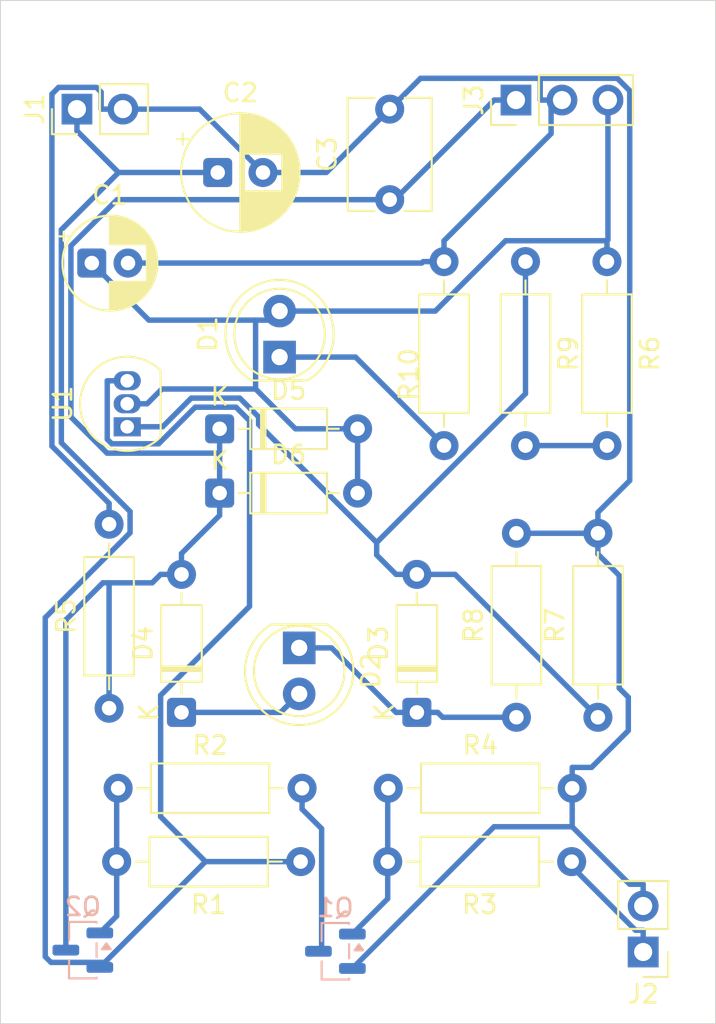
<source format=kicad_pcb>
(kicad_pcb (version 20241229) (generator "pcbnew") (generator_version "9.0")
  (layers (0 "F.Cu" signal) (2 "B.Cu" signal) (5 "F.SilkS" user "F.Silkscreen") (7 "B.SilkS" user "B.Silkscreen") (3 "B.Mask" user) (25 "Edge.Cuts" user))
  (net 0 "")
  (net 1 "Net-(D1-A)")
  (net 2 "GND")
  (net 3 "Net-(J1-Pin_1)")
  (net 4 "Net-(D4-A)")
  (net 5 "Net-(D1-K)")
  (net 6 "Net-(D2-K)")
  (net 7 "Net-(D2-A)")
  (net 8 "Net-(Q1-C)")
  (net 9 "Net-(D3-A)")
  (net 10 "Net-(J2-Pin_1)")
  (net 11 "Net-(Q1-B)")
  (net 12 "Net-(Q2-G)")
  (net 13 "Net-(R6-Pad2)")
  (footprint "Resistor_THT:R_Axial_DIN0207_L6.3mm_D2.5mm_P10.16mm_Horizontal" (layer "F.Cu") (at 43.5 54.58 90)
    (property "Reference" "R8" (at 5.08 -2.37 90) (layer "F.SilkS"))
    (property "Value" "3.3K")
    (pad "1" thru_hole circle (at 0 0 90) (size 1.6 1.6) (drill 0.8) (layers "*.Cu" "*.Mask") (net 6 "Net-(D2-K)"))
    (pad "2" thru_hole circle (at 10.16 0 90) (size 1.6 1.6) (drill 0.8) (layers "*.Cu" "*.Mask") (net 2 "GND"))
  )
  (footprint "Capacitor_THT:CP_Radial_D5.0mm_P2.00mm" (layer "F.Cu") (at 20.0449 29.5)
    (property "Reference" "C1" (at 1 -3.75 0) (layer "F.SilkS"))
    (property "Value" "4.7uF 25V")
    (pad "1" thru_hole roundrect (at 0 0) (size 1.6 1.6) (drill 0.8) (layers "*.Cu" "*.Mask") (roundrect_rratio 0.15625) (net 1 "Net-(D1-A)"))
    (pad "2" thru_hole circle (at 2 0) (size 1.6 1.6) (drill 0.8) (layers "*.Cu" "*.Mask") (net 2 "GND"))
  )
  (footprint "Resistor_THT:R_Axial_DIN0207_L6.3mm_D2.5mm_P10.16mm_Horizontal" (layer "F.Cu") (at 39.5 39.58 90)
    (property "Reference" "R10" (at 3.9283 -1.9533 90) (layer "F.SilkS"))
    (property "Value" "820")
    (pad "1" thru_hole circle (at 0 0 90) (size 1.6 1.6) (drill 0.8) (layers "*.Cu" "*.Mask") (net 5 "Net-(D1-K)"))
    (pad "2" thru_hole circle (at 10.16 0 90) (size 1.6 1.6) (drill 0.8) (layers "*.Cu" "*.Mask") (net 2 "GND"))
  )
  (footprint "Resistor_THT:R_Axial_DIN0207_L6.3mm_D2.5mm_P10.16mm_Horizontal" (layer "F.Cu") (at 48 54.58 90)
    (property "Reference" "R7" (at 5.08 -2.37 90) (layer "F.SilkS"))
    (property "Value" "820")
    (pad "1" thru_hole circle (at 0 0 90) (size 1.6 1.6) (drill 0.8) (layers "*.Cu" "*.Mask") (net 9 "Net-(D3-A)"))
    (pad "2" thru_hole circle (at 10.16 0 90) (size 1.6 1.6) (drill 0.8) (layers "*.Cu" "*.Mask") (net 2 "GND"))
  )
  (footprint "Resistor_THT:R_Axial_DIN0207_L6.3mm_D2.5mm_P10.16mm_Horizontal" (layer "F.Cu") (at 46.5507 62.55 180)
    (property "Reference" "R3" (at 5.08 -2.37 0) (layer "F.SilkS"))
    (property "Value" "3.3K")
    (pad "1" thru_hole circle (at 0 0 180) (size 1.6 1.6) (drill 0.8) (layers "*.Cu" "*.Mask") (net 10 "Net-(J2-Pin_1)"))
    (pad "2" thru_hole circle (at 10.16 0 180) (size 1.6 1.6) (drill 0.8) (layers "*.Cu" "*.Mask") (net 11 "Net-(Q1-B)"))
  )
  (footprint "Resistor_THT:R_Axial_DIN0207_L6.3mm_D2.5mm_P10.16mm_Horizontal" (layer "F.Cu") (at 36.42 58.5)
    (property "Reference" "R4" (at 5.08 -2.37 0) (layer "F.SilkS"))
    (property "Value" "2.7K")
    (pad "1" thru_hole circle (at 0 0) (size 1.6 1.6) (drill 0.8) (layers "*.Cu" "*.Mask") (net 11 "Net-(Q1-B)"))
    (pad "2" thru_hole circle (at 10.16 0) (size 1.6 1.6) (drill 0.8) (layers "*.Cu" "*.Mask") (net 2 "GND"))
  )
  (footprint "Resistor_THT:R_Axial_DIN0207_L6.3mm_D2.5mm_P10.16mm_Horizontal" (layer "F.Cu") (at 31.58 62.55 180)
    (property "Reference" "R1" (at 5.08 -2.37 0) (layer "F.SilkS"))
    (property "Value" "2.7K")
    (pad "1" thru_hole circle (at 0 0 180) (size 1.6 1.6) (drill 0.8) (layers "*.Cu" "*.Mask") (net 3 "Net-(J1-Pin_1)"))
    (pad "2" thru_hole circle (at 10.16 0 180) (size 1.6 1.6) (drill 0.8) (layers "*.Cu" "*.Mask") (net 12 "Net-(Q2-G)"))
  )
  (footprint "Connector_PinHeader_2.54mm:PinHeader_1x02_P2.54mm_Vertical" (layer "F.Cu") (at 50.5 67.54 180)
    (property "Reference" "J2" (at 0 -2.33 0) (layer "F.SilkS"))
    (property "Value" "Prog_EN")
    (pad "1" thru_hole rect (at 0 0 180) (size 1.7 1.7) (drill 1) (layers "*.Cu" "*.Mask") (net 10 "Net-(J2-Pin_1)"))
    (pad "2" thru_hole circle (at 0 2.54 180) (size 1.7 1.7) (drill 1) (layers "*.Cu" "*.Mask") (net 2 "GND"))
  )
  (footprint "LED_THT:LED_D5.0mm" (layer "F.Cu") (at 31.5 50.7483 -90)
    (property "Reference" "D2" (at 1.27 -3.96 90) (layer "F.SilkS"))
    (property "Value" "Prog_Ind")
    (pad "1" thru_hole rect (at 0 0 270) (size 1.8 1.8) (drill 0.9) (layers "*.Cu" "*.Mask") (net 6 "Net-(D2-K)"))
    (pad "2" thru_hole circle (at 2.54 0 270) (size 1.8 1.8) (drill 0.9) (layers "*.Cu" "*.Mask") (net 7 "Net-(D2-A)"))
  )
  (footprint "Connector_PinHeader_2.54mm:PinHeader_1x02_P2.54mm_Vertical" (layer "F.Cu") (at 19.225 21 90)
    (property "Reference" "J1" (at 0 -2.33 90) (layer "F.SilkS"))
    (property "Value" "13Vdc_In")
    (pad "1" thru_hole rect (at 0 0 90) (size 1.7 1.7) (drill 1) (layers "*.Cu" "*.Mask") (net 3 "Net-(J1-Pin_1)"))
    (pad "2" thru_hole circle (at 0 2.54 90) (size 1.7 1.7) (drill 1) (layers "*.Cu" "*.Mask") (net 2 "GND"))
  )
  (footprint "Capacitor_THT:CP_Radial_D6.3mm_P2.50mm" (layer "F.Cu") (at 27 24.5)
    (property "Reference" "C2" (at 1.25 -4.4 0) (layer "F.SilkS"))
    (property "Value" "100uF 16V")
    (pad "1" thru_hole roundrect (at 0 0) (size 1.6 1.6) (drill 0.8) (layers "*.Cu" "*.Mask") (roundrect_rratio 0.15625) (net 3 "Net-(J1-Pin_1)"))
    (pad "2" thru_hole circle (at 2.5 0) (size 1.6 1.6) (drill 0.8) (layers "*.Cu" "*.Mask") (net 2 "GND"))
  )
  (footprint "Package_TO_SOT_THT:TO-92_Inline" (layer "F.Cu") (at 22 38.54 90)
    (property "Reference" "U1" (at 1.27 -3.56 90) (layer "F.SilkS"))
    (property "Value" "LM317L_TO92")
    (pad "1" thru_hole rect (at 0 0 90) (size 1.05 1.5) (drill 0.75) (layers "*.Cu" "*.Mask") (net 9 "Net-(D3-A)"))
    (pad "2" thru_hole oval (at 1.27 0 90) (size 1.05 1.5) (drill 0.75) (layers "*.Cu" "*.Mask") (net 1 "Net-(D1-A)"))
    (pad "3" thru_hole oval (at 2.54 0 90) (size 1.05 1.5) (drill 0.75) (layers "*.Cu" "*.Mask") (net 3 "Net-(J1-Pin_1)"))
  )
  (footprint "Resistor_THT:R_Axial_DIN0207_L6.3mm_D2.5mm_P10.16mm_Horizontal" (layer "F.Cu") (at 21 54.08 90)
    (property "Reference" "R5" (at 5.08 -2.37 90) (layer "F.SilkS"))
    (property "Value" "2.7K")
    (pad "1" thru_hole circle (at 0 0 90) (size 1.6 1.6) (drill 0.8) (layers "*.Cu" "*.Mask") (net 4 "Net-(D4-A)"))
    (pad "2" thru_hole circle (at 10.16 0 90) (size 1.6 1.6) (drill 0.8) (layers "*.Cu" "*.Mask") (net 2 "GND"))
  )
  (footprint "LED_THT:LED_D5.0mm" (layer "F.Cu") (at 30.4167 34.6917 90)
    (property "Reference" "D1" (at 1.27 -3.96 90) (layer "F.SilkS"))
    (property "Value" "Power_Ind")
    (pad "1" thru_hole rect (at 0 0 90) (size 1.8 1.8) (drill 0.9) (layers "*.Cu" "*.Mask") (net 5 "Net-(D1-K)"))
    (pad "2" thru_hole circle (at 2.54 0 90) (size 1.8 1.8) (drill 0.9) (layers "*.Cu" "*.Mask") (net 1 "Net-(D1-A)"))
  )
  (footprint "Diode_THT:D_DO-35_SOD27_P7.62mm_Horizontal" (layer "F.Cu") (at 38 54.31 90)
    (property "Reference" "D3" (at 3.81 -2.12 90) (layer "F.SilkS"))
    (property "Value" "1N4148")
    (fp_text user "K" (at 0 -1.8 90) (layer "F.SilkS"))
    (pad "1" thru_hole roundrect (at 0 0 90) (size 1.6 1.6) (drill 0.8) (layers "*.Cu" "*.Mask") (roundrect_rratio 0.15625) (net 6 "Net-(D2-K)"))
    (pad "2" thru_hole circle (at 7.62 0 90) (size 1.6 1.6) (drill 0.8) (layers "*.Cu" "*.Mask") (net 9 "Net-(D3-A)"))
  )
  (footprint "Resistor_THT:R_Axial_DIN0207_L6.3mm_D2.5mm_P10.16mm_Horizontal" (layer "F.Cu") (at 21.5 58.5)
    (property "Reference" "R2" (at 5.08 -2.37 0) (layer "F.SilkS"))
    (property "Value" "3.3K")
    (pad "1" thru_hole circle (at 0 0) (size 1.6 1.6) (drill 0.8) (layers "*.Cu" "*.Mask") (net 12 "Net-(Q2-G)"))
    (pad "2" thru_hole circle (at 10.16 0) (size 1.6 1.6) (drill 0.8) (layers "*.Cu" "*.Mask") (net 8 "Net-(Q1-C)"))
  )
  (footprint "Connector_PinHeader_2.54mm:PinHeader_1x03_P2.54mm_Vertical" (layer "F.Cu") (at 43.475 20.5 90)
    (property "Reference" "J3" (at 0 -2.33 90) (layer "F.SilkS"))
    (property "Value" "Vpp_Vcc_Out")
    (pad "1" thru_hole rect (at 0 0 90) (size 1.7 1.7) (drill 1) (layers "*.Cu" "*.Mask") (net 4 "Net-(D4-A)"))
    (pad "2" thru_hole circle (at 0 2.54 90) (size 1.7 1.7) (drill 1) (layers "*.Cu" "*.Mask") (net 2 "GND"))
    (pad "3" thru_hole circle (at 0 5.08 90) (size 1.7 1.7) (drill 1) (layers "*.Cu" "*.Mask") (net 1 "Net-(D1-A)"))
  )
  (footprint "Resistor_THT:R_Axial_DIN0207_L6.3mm_D2.5mm_P10.16mm_Horizontal" (layer "F.Cu") (at 44 29.42 -90)
    (property "Reference" "R9" (at 5.08 -2.37 90) (layer "F.SilkS"))
    (property "Value" "6.8")
    (pad "1" thru_hole circle (at 0 0 270) (size 1.6 1.6) (drill 0.8) (layers "*.Cu" "*.Mask") (net 9 "Net-(D3-A)"))
    (pad "2" thru_hole circle (at 10.16 0 270) (size 1.6 1.6) (drill 0.8) (layers "*.Cu" "*.Mask") (net 13 "Net-(R6-Pad2)"))
  )
  (footprint "Diode_THT:D_DO-35_SOD27_P7.62mm_Horizontal" (layer "F.Cu") (at 25 54.31 90)
    (property "Reference" "D4" (at 3.81 -2.12 90) (layer "F.SilkS"))
    (property "Value" "1N4148")
    (fp_text user "K" (at 0 -1.8 90) (layer "F.SilkS"))
    (pad "1" thru_hole roundrect (at 0 0 90) (size 1.6 1.6) (drill 0.8) (layers "*.Cu" "*.Mask") (roundrect_rratio 0.15625) (net 7 "Net-(D2-A)"))
    (pad "2" thru_hole circle (at 7.62 0 90) (size 1.6 1.6) (drill 0.8) (layers "*.Cu" "*.Mask") (net 4 "Net-(D4-A)"))
  )
  (footprint "Diode_THT:D_DO-35_SOD27_P7.62mm_Horizontal" (layer "F.Cu") (at 27.1067 38.6517)
    (property "Reference" "D5" (at 3.81 -2.12 0) (layer "F.SilkS"))
    (property "Value" "1N60")
    (fp_text user "K" (at 0 -1.8 0) (layer "F.SilkS"))
    (pad "1" thru_hole roundrect (at 0 0) (size 1.6 1.6) (drill 0.8) (layers "*.Cu" "*.Mask") (roundrect_rratio 0.15625) (net 4 "Net-(D4-A)"))
    (pad "2" thru_hole circle (at 7.62 0) (size 1.6 1.6) (drill 0.8) (layers "*.Cu" "*.Mask") (net 1 "Net-(D1-A)"))
  )
  (footprint "Capacitor_THT:C_Disc_D6.0mm_W4.4mm_P5.00mm" (layer "F.Cu") (at 36.5 26 90)
    (property "Reference" "C3" (at 2.5 -3.45 90) (layer "F.SilkS"))
    (property "Value" "0.22uF 50V")
    (pad "1" thru_hole circle (at 0 0 90) (size 1.6 1.6) (drill 0.8) (layers "*.Cu" "*.Mask") (net 4 "Net-(D4-A)"))
    (pad "2" thru_hole circle (at 5 0 90) (size 1.6 1.6) (drill 0.8) (layers "*.Cu" "*.Mask") (net 2 "GND"))
  )
  (footprint "Diode_THT:D_DO-35_SOD27_P7.62mm_Horizontal" (layer "F.Cu") (at 27.1067 42.2017)
    (property "Reference" "D6" (at 3.81 -2.12 0) (layer "F.SilkS"))
    (property "Value" "1N60")
    (fp_text user "K" (at 0 -1.8 0) (layer "F.SilkS"))
    (pad "1" thru_hole roundrect (at 0 0) (size 1.6 1.6) (drill 0.8) (layers "*.Cu" "*.Mask") (roundrect_rratio 0.15625) (net 4 "Net-(D4-A)"))
    (pad "2" thru_hole circle (at 7.62 0) (size 1.6 1.6) (drill 0.8) (layers "*.Cu" "*.Mask") (net 1 "Net-(D1-A)"))
  )
  (footprint "Resistor_THT:R_Axial_DIN0207_L6.3mm_D2.5mm_P10.16mm_Horizontal" (layer "F.Cu") (at 48.5 29.42 -90)
    (property "Reference" "R6" (at 5.08 -2.37 90) (layer "F.SilkS"))
    (property "Value" "220")
    (pad "1" thru_hole circle (at 0 0 270) (size 1.6 1.6) (drill 0.8) (layers "*.Cu" "*.Mask") (net 1 "Net-(D1-A)"))
    (pad "2" thru_hole circle (at 10.16 0 270) (size 1.6 1.6) (drill 0.8) (layers "*.Cu" "*.Mask") (net 13 "Net-(R6-Pad2)"))
  )
  (footprint "Package_TO_SOT_SMD:SOT-23" (layer "B.Cu") (at 33.5 67.5 180)
    (property "Reference" "Q1" (at 0 2.4 0) (layer "B.SilkS") (effects (justify mirror)))
    (property "Value" "SST3904")
    (pad "1" smd roundrect (at -0.9375 0.95 180) (size 1.475 0.6) (layers "B.Cu" "B.Mask" "B.Paste") (net 11 "Net-(Q1-B)"))
    (pad "2" smd roundrect (at -0.9375 -0.95 180) (size 1.475 0.6) (layers "B.Cu" "B.Mask" "B.Paste") (net 2 "GND"))
    (pad "3" smd roundrect (at 0.9375 0 180) (size 1.475 0.6) (layers "B.Cu" "B.Mask" "B.Paste") (net 8 "Net-(Q1-C)"))
  )
  (footprint "Package_TO_SOT_SMD:SOT-23" (layer "B.Cu") (at 19.55 67.4375 180)
    (property "Reference" "Q2" (at 0 2.4 0) (layer "B.SilkS") (effects (justify mirror)))
    (property "Value" "TM2301GN")
    (pad "1" smd roundrect (at -0.9375 0.95 180) (size 1.475 0.6) (layers "B.Cu" "B.Mask" "B.Paste") (net 12 "Net-(Q2-G)"))
    (pad "2" smd roundrect (at -0.9375 -0.95 180) (size 1.475 0.6) (layers "B.Cu" "B.Mask" "B.Paste") (net 3 "Net-(J1-Pin_1)"))
    (pad "3" smd roundrect (at 0.9375 0 180) (size 1.475 0.6) (layers "B.Cu" "B.Mask" "B.Paste") (net 4 "Net-(D4-A)"))
  )
  (gr_rect (start 15 15) (end 54.5 71.5) (stroke (width 0.05)) (fill no) (layer "Edge.Cuts"))
  (segment (start 22.0806 37.27) (end 23.1017 37.27) (width 0.3) (layer "B.Cu") (net 1))
  (segment (start 48.555 20.5) (end 48.555 28.2127) (width 0.3) (layer "B.Cu") (net 1))
  (segment (start 42.9023 28.2677) (end 39.0183 32.1517) (width 0.3) (layer "B.Cu") (net 1))
  (segment (start 29.094 32.6517) (end 29.094 36.4542) (width 0.3) (layer "B.Cu") (net 1))
  (segment (start 34.7267 38.6517) (end 33.575 38.6517) (width 0.3) (layer "B.Cu") (net 1))
  (segment (start 48.5 28.2677) (end 42.9023 28.2677) (width 0.3) (layer "B.Cu") (net 1))
  (segment (start 48.555 28.2127) (end 48.5 28.2677) (width 0.3) (layer "B.Cu") (net 1))
  (segment (start 29.094 32.6517) (end 23.1966 32.6517) (width 0.3) (layer "B.Cu") (net 1))
  (segment (start 22.0806 37.27) (end 22 37.27) (width 0.3) (layer "B.Cu") (net 1))
  (segment (start 34.7267 38.6517) (end 34.7267 42.2017) (width 0.3) (layer "B.Cu") (net 1))
  (segment (start 29.094 36.4542) (end 31.2915 38.6517) (width 0.3) (layer "B.Cu") (net 1))
  (segment (start 23.1966 32.6517) (end 20.0449 29.5) (width 0.3) (layer "B.Cu") (net 1))
  (segment (start 23.9175 36.4542) (end 23.1017 37.27) (width 0.3) (layer "B.Cu") (net 1))
  (segment (start 29.9167 32.6517) (end 29.094 32.6517) (width 0.3) (layer "B.Cu") (net 1))
  (segment (start 39.0183 32.1517) (end 30.4167 32.1517) (width 0.3) (layer "B.Cu") (net 1))
  (segment (start 29.094 36.4542) (end 23.9175 36.4542) (width 0.3) (layer "B.Cu") (net 1))
  (segment (start 30.4167 32.1517) (end 29.9167 32.6517) (width 0.3) (layer "B.Cu") (net 1))
  (segment (start 31.2915 38.6517) (end 33.575 38.6517) (width 0.3) (layer "B.Cu") (net 1))
  (segment (start 48.5 28.2677) (end 48.5 29.42) (width 0.3) (layer "B.Cu") (net 1))
  (segment (start 46.015 20.5) (end 45.4142 20.5) (width 0.3) (layer "B.Cu") (net 2))
  (segment (start 22.0449 29.5) (end 38.2683 29.5) (width 0.3) (layer "B.Cu") (net 2))
  (segment (start 50.5 65) (end 50.5 63.7983) (width 0.3) (layer "B.Cu") (net 2))
  (segment (start 48 44.42) (end 48 45.5717) (width 0.3) (layer "B.Cu") (net 2))
  (segment (start 49.6784 55.3173) (end 49.6784 53.4721) (width 0.3) (layer "B.Cu") (net 2))
  (segment (start 38.2017 19.2983) (end 36.5 21) (width 0.3) (layer "B.Cu") (net 2))
  (segment (start 36.5 21) (end 33 24.5) (width 0.3) (layer "B.Cu") (net 2))
  (segment (start 50.5 63.7983) (end 49.7539 63.7983) (width 0.3) (layer "B.Cu") (net 2))
  (segment (start 33 24.5) (end 29.5 24.5) (width 0.3) (layer "B.Cu") (net 2))
  (segment (start 29.5 24.5) (end 26 21) (width 0.3) (layer "B.Cu") (net 2))
  (segment (start 47.6474 57.3483) (end 49.6784 55.3173) (width 0.3) (layer "B.Cu") (net 2))
  (segment (start 20.5633 20.0622) (end 20.2994 19.7983) (width 0.3) (layer "B.Cu") (net 2))
  (segment (start 49.7572 41.5111) (end 49.7572 19.9854) (width 0.3) (layer "B.Cu") (net 2))
  (segment (start 48 43.2683) (end 49.7572 41.5111) (width 0.3) (layer "B.Cu") (net 2))
  (segment (start 44.8133 19.2983) (end 38.2017 19.2983) (width 0.3) (layer "B.Cu") (net 2))
  (segment (start 17.8429 39.6112) (end 21 42.7683) (width 0.3) (layer "B.Cu") (net 2))
  (segment (start 45.4142 20.5) (end 44.8133 20.5) (width 0.3) (layer "B.Cu") (net 2))
  (segment (start 46.58 57.3483) (end 47.6474 57.3483) (width 0.3) (layer "B.Cu") (net 2))
  (segment (start 21 43.92) (end 21 42.7683) (width 0.3) (layer "B.Cu") (net 2))
  (segment (start 39.5 29.42) (end 39.5 28.2683) (width 0.3) (layer "B.Cu") (net 2))
  (segment (start 49.6784 53.4721) (end 49.1767 52.9704) (width 0.3) (layer "B.Cu") (net 2))
  (segment (start 49.7572 19.9854) (end 49.0701 19.2983) (width 0.3) (layer "B.Cu") (net 2))
  (segment (start 44.8133 20.5) (end 44.8133 19.2983) (width 0.3) (layer "B.Cu") (net 2))
  (segment (start 49.1767 52.9704) (end 49.1767 46.7484) (width 0.3) (layer "B.Cu") (net 2))
  (segment (start 21.765 21) (end 20.5633 21) (width 0.3) (layer "B.Cu") (net 2))
  (segment (start 46.58 58.5) (end 46.58 57.3483) (width 0.3) (layer "B.Cu") (net 2))
  (segment (start 49.0701 19.2983) (end 44.8133 19.2983) (width 0.3) (layer "B.Cu") (net 2))
  (segment (start 49.7539 63.7983) (end 46.58 60.6244) (width 0.3) (layer "B.Cu") (net 2))
  (segment (start 43.5 44.42) (end 48 44.42) (width 0.3) (layer "B.Cu") (net 2))
  (segment (start 49.1767 46.7484) (end 48 45.5717) (width 0.3) (layer "B.Cu") (net 2))
  (segment (start 20.2994 19.7983) (end 18.2129 19.7983) (width 0.3) (layer "B.Cu") (net 2))
  (segment (start 20.5633 21) (end 20.5633 20.0622) (width 0.3) (layer "B.Cu") (net 2))
  (segment (start 18.2129 19.7983) (end 17.8429 20.1683) (width 0.3) (layer "B.Cu") (net 2))
  (segment (start 46.58 60.6244) (end 46.58 59.6517) (width 0.3) (layer "B.Cu") (net 2))
  (segment (start 42.2631 60.6244) (end 34.4375 68.45) (width 0.3) (layer "B.Cu") (net 2))
  (segment (start 45.4142 22.3541) (end 39.5 28.2683) (width 0.3) (layer "B.Cu") (net 2))
  (segment (start 46.58 60.6244) (end 42.2631 60.6244) (width 0.3) (layer "B.Cu") (net 2))
  (segment (start 45.4142 20.5) (end 45.4142 22.3541) (width 0.3) (layer "B.Cu") (net 2))
  (segment (start 48 44.42) (end 48 43.2683) (width 0.3) (layer "B.Cu") (net 2))
  (segment (start 26 21) (end 21.765 21) (width 0.3) (layer "B.Cu") (net 2))
  (segment (start 46.58 58.5) (end 46.58 59.6517) (width 0.3) (layer "B.Cu") (net 2))
  (segment (start 17.8429 20.1683) (end 17.8429 39.6112) (width 0.3) (layer "B.Cu") (net 2))
  (segment (start 39.5 29.42) (end 38.3483 29.42) (width 0.3) (layer "B.Cu") (net 2))
  (segment (start 38.2683 29.5) (end 38.3483 29.42) (width 0.3) (layer "B.Cu") (net 2))
  (segment (start 20.7002 68.1128) (end 20.4875 68.1128) (width 0.3) (layer "B.Cu") (net 3))
  (segment (start 17.7883 68.1128) (end 17.4744 67.7989) (width 0.3) (layer "B.Cu") (net 3))
  (segment (start 25.7603 37.4576) (end 23.7392 39.4787) (width 0.3) (layer "B.Cu") (net 3))
  (segment (start 31.58 62.55) (end 26.325 62.55) (width 0.3) (layer "B.Cu") (net 3))
  (segment (start 20.7622 68.1128) (end 20.7002 68.1128) (width 0.3) (layer "B.Cu") (net 3))
  (segment (start 18.3627 27.6606) (end 21.5233 24.5) (width 0.3) (layer "B.Cu") (net 3))
  (segment (start 28.7569 38.2045) (end 28.01 37.4576) (width 0.3) (layer "B.Cu") (net 3))
  (segment (start 20.4875 68.1128) (end 17.7883 68.1128) (width 0.3) (layer "B.Cu") (net 3))
  (segment (start 28.01 37.4576) (end 25.7603 37.4576) (width 0.3) (layer "B.Cu") (net 3))
  (segment (start 23.7392 39.4787) (end 21.1495 39.4787) (width 0.3) (layer "B.Cu") (net 3))
  (segment (start 22 36) (end 21.0242 36) (width 0.3) (layer "B.Cu") (net 3))
  (segment (start 18.3627 39.4215) (end 18.3627 27.6606) (width 0.3) (layer "B.Cu") (net 3))
  (segment (start 23.8483 53.3643) (end 28.7569 48.4557) (width 0.3) (layer "B.Cu") (net 3))
  (segment (start 19.225 22.2017) (end 21.5233 24.5) (width 0.3) (layer "B.Cu") (net 3))
  (segment (start 17.4744 67.7989) (end 17.4744 49.0765) (width 0.3) (layer "B.Cu") (net 3))
  (segment (start 20.4875 68.1128) (end 20.4875 68.3875) (width 0.3) (layer "B.Cu") (net 3))
  (segment (start 17.4744 49.0765) (end 22.1593 44.3916) (width 0.3) (layer "B.Cu") (net 3))
  (segment (start 20.8998 36) (end 20.8983 36) (width 0.3) (layer "B.Cu") (net 3))
  (segment (start 26.325 62.55) (end 23.8483 60.0733) (width 0.3) (layer "B.Cu") (net 3))
  (segment (start 23.8483 60.0733) (end 23.8483 53.3643) (width 0.3) (layer "B.Cu") (net 3))
  (segment (start 22.1593 43.2181) (end 18.3627 39.4215) (width 0.3) (layer "B.Cu") (net 3))
  (segment (start 21.5233 24.5) (end 27 24.5) (width 0.3) (layer "B.Cu") (net 3))
  (segment (start 20.8983 39.2275) (end 20.8983 36) (width 0.3) (layer "B.Cu") (net 3))
  (segment (start 26.325 62.55) (end 20.7622 68.1128) (width 0.3) (layer "B.Cu") (net 3))
  (segment (start 22.1593 44.3916) (end 22.1593 43.2181) (width 0.3) (layer "B.Cu") (net 3))
  (segment (start 28.7569 48.4557) (end 28.7569 38.2045) (width 0.3) (layer "B.Cu") (net 3))
  (segment (start 21.0242 36) (end 20.8998 36) (width 0.3) (layer "B.Cu") (net 3))
  (segment (start 19.225 21) (end 19.225 22.2017) (width 0.3) (layer "B.Cu") (net 3))
  (segment (start 21.1495 39.4787) (end 20.8983 39.2275) (width 0.3) (layer "B.Cu") (net 3))
  (segment (start 20.4493 47.3635) (end 20.657 47.1558) (width 0.3) (layer "B.Cu") (net 4))
  (segment (start 27.1067 43.4316) (end 27.1067 42.2017) (width 0.3) (layer "B.Cu") (net 4))
  (segment (start 18.8932 28.5459) (end 18.8932 37.9997) (width 0.3) (layer "B.Cu") (net 4))
  (segment (start 36.7733 26) (end 36.5 26) (width 0.3) (layer "B.Cu") (net 4))
  (segment (start 18.6125 67.4375) (end 18.6125 49.2003) (width 0.3) (layer "B.Cu") (net 4))
  (segment (start 27.1067 42.2017) (end 27.1067 40.3053) (width 0.3) (layer "B.Cu") (net 4))
  (segment (start 25 46.69) (end 25 45.5383) (width 0.3) (layer "B.Cu") (net 4))
  (segment (start 20.657 47.1558) (end 21 47.1558) (width 0.3) (layer "B.Cu") (net 4))
  (segment (start 27.1067 39.9952) (end 27.1067 38.6517) (width 0.3) (layer "B.Cu") (net 4))
  (segment (start 21.4391 26) (end 18.8932 28.5459) (width 0.3) (layer "B.Cu") (net 4))
  (segment (start 23.3825 47.1558) (end 21 47.1558) (width 0.3) (layer "B.Cu") (net 4))
  (segment (start 18.6125 49.2003) (end 20.4493 47.3635) (width 0.3) (layer "B.Cu") (net 4))
  (segment (start 43.475 20.5) (end 42.2733 20.5) (width 0.3) (layer "B.Cu") (net 4))
  (segment (start 25 46.69) (end 23.8483 46.69) (width 0.3) (layer "B.Cu") (net 4))
  (segment (start 36.5 26) (end 21.4391 26) (width 0.3) (layer "B.Cu") (net 4))
  (segment (start 18.8932 37.9997) (end 20.8887 39.9952) (width 0.3) (layer "B.Cu") (net 4))
  (segment (start 21 47.1558) (end 21 54.08) (width 0.3) (layer "B.Cu") (net 4))
  (segment (start 42.2733 20.5) (end 36.7733 26) (width 0.3) (layer "B.Cu") (net 4))
  (segment (start 20.8887 39.9952) (end 27.1067 39.9952) (width 0.3) (layer "B.Cu") (net 4))
  (segment (start 23.8483 46.69) (end 23.3825 47.1558) (width 0.3) (layer "B.Cu") (net 4))
  (segment (start 27.1067 40.3053) (end 27.1067 39.9952) (width 0.3) (layer "B.Cu") (net 4))
  (segment (start 25 45.5383) (end 27.1067 43.4316) (width 0.3) (layer "B.Cu") (net 4))
  (segment (start 20.4493 47.3635) (end 20.657 47.1558) (width 0.3) (layer "B.Cu") (net 4))
  (segment (start 34.6117 34.6917) (end 30.4167 34.6917) (width 0.3) (layer "B.Cu") (net 5))
  (segment (start 39.5 39.58) (end 34.6117 34.6917) (width 0.3) (layer "B.Cu") (net 5))
  (segment (start 39.4217 54.58) (end 39.1517 54.31) (width 0.3) (layer "B.Cu") (net 6))
  (segment (start 38 54.31) (end 36.8483 54.31) (width 0.3) (layer "B.Cu") (net 6))
  (segment (start 31.5 50.7483) (end 33.2866 50.7483) (width 0.3) (layer "B.Cu") (net 6))
  (segment (start 33.2866 50.7483) (end 36.8483 54.31) (width 0.3) (layer "B.Cu") (net 6))
  (segment (start 43.5 54.58) (end 39.4217 54.58) (width 0.3) (layer "B.Cu") (net 6))
  (segment (start 38 54.31) (end 39.1517 54.31) (width 0.3) (layer "B.Cu") (net 6))
  (segment (start 25 54.31) (end 30.4783 54.31) (width 0.3) (layer "B.Cu") (net 7))
  (segment (start 30.4783 54.31) (end 31.5 53.2883) (width 0.3) (layer "B.Cu") (net 7))
  (segment (start 32.7402 67.3223) (end 32.7402 60.7319) (width 0.3) (layer "B.Cu") (net 8))
  (segment (start 31.66 58.5) (end 31.66 59.6517) (width 0.3) (layer "B.Cu") (net 8))
  (segment (start 32.7402 60.7319) (end 31.66 59.6517) (width 0.3) (layer "B.Cu") (net 8))
  (segment (start 32.5625 67.5) (end 32.7402 67.3223) (width 0.3) (layer "B.Cu") (net 8))
  (segment (start 44 29.42) (end 44 36.7134) (width 0.3) (layer "B.Cu") (net 9))
  (segment (start 48 54.58) (end 40.11 46.69) (width 0.3) (layer "B.Cu") (net 9))
  (segment (start 25.5398 36.9559) (end 23.9557 38.54) (width 0.3) (layer "B.Cu") (net 9))
  (segment (start 40.11 46.69) (end 38 46.69) (width 0.3) (layer "B.Cu") (net 9))
  (segment (start 36.8483 46.69) (end 35.7807 45.6224) (width 0.3) (layer "B.Cu") (net 9))
  (segment (start 44 36.7134) (end 35.7807 44.9327) (width 0.3) (layer "B.Cu") (net 9))
  (segment (start 29.2586 38.4106) (end 29.2586 37.9968) (width 0.3) (layer "B.Cu") (net 9))
  (segment (start 38 46.69) (end 36.8483 46.69) (width 0.3) (layer "B.Cu") (net 9))
  (segment (start 35.7807 44.9327) (end 29.2586 38.4106) (width 0.3) (layer "B.Cu") (net 9))
  (segment (start 23.9557 38.54) (end 22 38.54) (width 0.3) (layer "B.Cu") (net 9))
  (segment (start 29.2586 37.9968) (end 28.2177 36.9559) (width 0.3) (layer "B.Cu") (net 9))
  (segment (start 35.7807 45.6224) (end 35.7807 44.9327) (width 0.3) (layer "B.Cu") (net 9))
  (segment (start 28.2177 36.9559) (end 25.5398 36.9559) (width 0.3) (layer "B.Cu") (net 9))
  (segment (start 50.5 67.54) (end 50.5 66.3383) (width 0.3) (layer "B.Cu") (net 10))
  (segment (start 50.0788 66.3383) (end 50.5 66.3383) (width 0.3) (layer "B.Cu") (net 10))
  (segment (start 46.5507 62.55) (end 46.5507 62.8102) (width 0.3) (layer "B.Cu") (net 10))
  (segment (start 46.5507 62.8102) (end 50.0788 66.3383) (width 0.3) (layer "B.Cu") (net 10))
  (segment (start 36.42 58.5) (end 36.3907 58.5293) (width 0.3) (layer "B.Cu") (net 11))
  (segment (start 36.3907 58.5293) (end 36.3907 62.55) (width 0.3) (layer "B.Cu") (net 11))
  (segment (start 34.4375 66.55) (end 36.3907 64.5968) (width 0.3) (layer "B.Cu") (net 11))
  (segment (start 36.3907 64.5968) (end 36.3907 62.55) (width 0.3) (layer "B.Cu") (net 11))
  (segment (start 21.42 58.58) (end 21.42 62.55) (width 0.3) (layer "B.Cu") (net 12))
  (segment (start 20.4875 66.4875) (end 21.42 65.555) (width 0.3) (layer "B.Cu") (net 12))
  (segment (start 21.42 65.555) (end 21.42 62.55) (width 0.3) (layer "B.Cu") (net 12))
  (segment (start 21.5 58.5) (end 21.42 58.58) (width 0.3) (layer "B.Cu") (net 12))
  (segment (start 48.5 39.58) (end 44 39.58) (width 0.3) (layer "B.Cu") (net 13))
)
</source>
